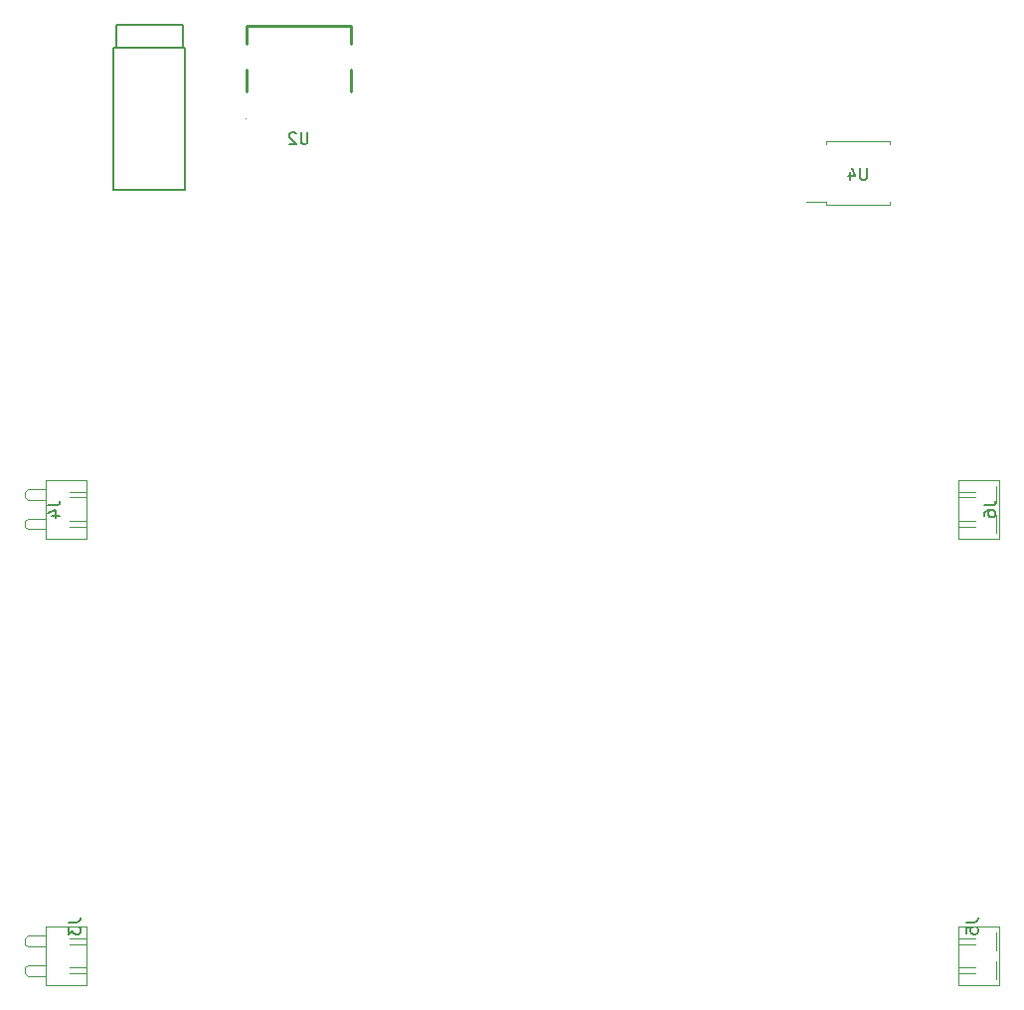
<source format=gbr>
%TF.GenerationSoftware,KiCad,Pcbnew,(6.0.7)*%
%TF.CreationDate,2022-10-13T01:22:27-05:00*%
%TF.ProjectId,Container65PLATE,436f6e74-6169-46e6-9572-3635504c4154,rev?*%
%TF.SameCoordinates,Original*%
%TF.FileFunction,Legend,Bot*%
%TF.FilePolarity,Positive*%
%FSLAX46Y46*%
G04 Gerber Fmt 4.6, Leading zero omitted, Abs format (unit mm)*
G04 Created by KiCad (PCBNEW (6.0.7)) date 2022-10-13 01:22:27*
%MOMM*%
%LPD*%
G01*
G04 APERTURE LIST*
%ADD10C,0.150000*%
%ADD11C,0.120000*%
%ADD12C,0.254001*%
%ADD13C,0.059995*%
G04 APERTURE END LIST*
D10*
%TO.C,J3*%
X39139880Y-93180416D02*
X39854166Y-93180416D01*
X39997023Y-93132797D01*
X40092261Y-93037559D01*
X40139880Y-92894702D01*
X40139880Y-92799464D01*
X39139880Y-93561369D02*
X39139880Y-94180416D01*
X39520833Y-93847083D01*
X39520833Y-93989940D01*
X39568452Y-94085178D01*
X39616071Y-94132797D01*
X39711309Y-94180416D01*
X39949404Y-94180416D01*
X40044642Y-94132797D01*
X40092261Y-94085178D01*
X40139880Y-93989940D01*
X40139880Y-93704226D01*
X40092261Y-93608988D01*
X40044642Y-93561369D01*
%TO.C,J6*%
X117089880Y-57649166D02*
X117804166Y-57649166D01*
X117947023Y-57601547D01*
X118042261Y-57506309D01*
X118089880Y-57363452D01*
X118089880Y-57268214D01*
X117089880Y-58553928D02*
X117089880Y-58363452D01*
X117137500Y-58268214D01*
X117185119Y-58220595D01*
X117327976Y-58125357D01*
X117518452Y-58077738D01*
X117899404Y-58077738D01*
X117994642Y-58125357D01*
X118042261Y-58172976D01*
X118089880Y-58268214D01*
X118089880Y-58458690D01*
X118042261Y-58553928D01*
X117994642Y-58601547D01*
X117899404Y-58649166D01*
X117661309Y-58649166D01*
X117566071Y-58601547D01*
X117518452Y-58553928D01*
X117470833Y-58458690D01*
X117470833Y-58268214D01*
X117518452Y-58172976D01*
X117566071Y-58125357D01*
X117661309Y-58077738D01*
%TO.C,J4*%
X37389880Y-57649166D02*
X38104166Y-57649166D01*
X38247023Y-57601547D01*
X38342261Y-57506309D01*
X38389880Y-57363452D01*
X38389880Y-57268214D01*
X37723214Y-58553928D02*
X38389880Y-58553928D01*
X37342261Y-58315833D02*
X38056547Y-58077738D01*
X38056547Y-58696785D01*
%TO.C,J5*%
X115589880Y-93170416D02*
X116304166Y-93170416D01*
X116447023Y-93122797D01*
X116542261Y-93027559D01*
X116589880Y-92884702D01*
X116589880Y-92789464D01*
X115589880Y-94122797D02*
X115589880Y-93646607D01*
X116066071Y-93598988D01*
X116018452Y-93646607D01*
X115970833Y-93741845D01*
X115970833Y-93979940D01*
X116018452Y-94075178D01*
X116066071Y-94122797D01*
X116161309Y-94170416D01*
X116399404Y-94170416D01*
X116494642Y-94122797D01*
X116542261Y-94075178D01*
X116589880Y-93979940D01*
X116589880Y-93741845D01*
X116542261Y-93646607D01*
X116494642Y-93598988D01*
%TO.C,U4*%
X107124404Y-28927380D02*
X107124404Y-29736904D01*
X107076785Y-29832142D01*
X107029166Y-29879761D01*
X106933928Y-29927380D01*
X106743452Y-29927380D01*
X106648214Y-29879761D01*
X106600595Y-29832142D01*
X106552976Y-29736904D01*
X106552976Y-28927380D01*
X105648214Y-29260714D02*
X105648214Y-29927380D01*
X105886309Y-28879761D02*
X106124404Y-29594047D01*
X105505357Y-29594047D01*
%TO.C,U2*%
X59499404Y-25873967D02*
X59499404Y-26683491D01*
X59451785Y-26778729D01*
X59404166Y-26826348D01*
X59308928Y-26873967D01*
X59118452Y-26873967D01*
X59023214Y-26826348D01*
X58975595Y-26778729D01*
X58927976Y-26683491D01*
X58927976Y-25873967D01*
X58499404Y-25969206D02*
X58451785Y-25921587D01*
X58356547Y-25873967D01*
X58118452Y-25873967D01*
X58023214Y-25921587D01*
X57975595Y-25969206D01*
X57927976Y-26064444D01*
X57927976Y-26159682D01*
X57975595Y-26302539D01*
X58547023Y-26873967D01*
X57927976Y-26873967D01*
D11*
%TO.C,J3*%
X40637500Y-97513750D02*
X39187500Y-97513750D01*
X37187500Y-95213750D02*
X35687500Y-95213750D01*
X40637500Y-97013750D02*
X39187500Y-97013750D01*
X35437500Y-97513750D02*
X35437500Y-97013750D01*
X35437500Y-94513750D02*
X35687500Y-94313750D01*
X40637500Y-98513750D02*
X37187500Y-98513750D01*
X37187500Y-93513750D02*
X40637500Y-93513750D01*
X37187500Y-96813750D02*
X35687500Y-96813750D01*
X40637500Y-94513750D02*
X39187500Y-94513750D01*
X35437500Y-97013750D02*
X35687500Y-96813750D01*
X37187500Y-98513750D02*
X37187500Y-93513750D01*
X37187500Y-97713750D02*
X35687500Y-97713750D01*
X35437500Y-97513750D02*
X35687500Y-97713750D01*
X37187500Y-94313750D02*
X35687500Y-94313750D01*
X40637500Y-98513750D02*
X40637500Y-93513750D01*
X40637500Y-95013750D02*
X39187500Y-95013750D01*
X35437500Y-95013750D02*
X35687500Y-95213750D01*
X35437500Y-95013750D02*
X35437500Y-94513750D01*
%TO.C,J6*%
X114937500Y-55482500D02*
X118387500Y-55482500D01*
X114937500Y-59482500D02*
X116387500Y-59482500D01*
X118387500Y-60482500D02*
X114937500Y-60482500D01*
X118137500Y-58482500D02*
X118137500Y-59982500D01*
X114937500Y-58982500D02*
X116387500Y-58982500D01*
X114937500Y-56982500D02*
X116387500Y-56982500D01*
X114937500Y-55482500D02*
X114937500Y-60482500D01*
X118137500Y-55982500D02*
X118137500Y-57482500D01*
X118387500Y-55482500D02*
X118387500Y-60482500D01*
X114937500Y-56482500D02*
X116387500Y-56482500D01*
%TO.C,J4*%
X37187500Y-58782500D02*
X35687500Y-58782500D01*
X40637500Y-58982500D02*
X39187500Y-58982500D01*
X40637500Y-60482500D02*
X37187500Y-60482500D01*
X40637500Y-56982500D02*
X39187500Y-56982500D01*
X35437500Y-56982500D02*
X35437500Y-56482500D01*
X35437500Y-59482500D02*
X35687500Y-59682500D01*
X35437500Y-59482500D02*
X35437500Y-58982500D01*
X35437500Y-58982500D02*
X35687500Y-58782500D01*
X35437500Y-56982500D02*
X35687500Y-57182500D01*
X40637500Y-56482500D02*
X39187500Y-56482500D01*
X35437500Y-56482500D02*
X35687500Y-56282500D01*
X40637500Y-59482500D02*
X39187500Y-59482500D01*
X37187500Y-55482500D02*
X40637500Y-55482500D01*
X37187500Y-59682500D02*
X35687500Y-59682500D01*
X37187500Y-60482500D02*
X37187500Y-55482500D01*
X37187500Y-56282500D02*
X35687500Y-56282500D01*
X40637500Y-60482500D02*
X40637500Y-55482500D01*
X37187500Y-57182500D02*
X35687500Y-57182500D01*
D10*
%TO.C,U7*%
X42987500Y-18700000D02*
X49087500Y-18700000D01*
X43237500Y-16700000D02*
X48837500Y-16700000D01*
X49087500Y-18700000D02*
X49087500Y-30800000D01*
X48837500Y-18700000D02*
X48837500Y-16700000D01*
X42987500Y-30800000D02*
X49087500Y-30800000D01*
X43237500Y-18700000D02*
X43237500Y-16700000D01*
X42987500Y-18700000D02*
X42987500Y-30800000D01*
D11*
%TO.C,J5*%
X118137500Y-96523750D02*
X118137500Y-98023750D01*
X114937500Y-93523750D02*
X118387500Y-93523750D01*
X114937500Y-97523750D02*
X116387500Y-97523750D01*
X118387500Y-98523750D02*
X114937500Y-98523750D01*
X114937500Y-95023750D02*
X116387500Y-95023750D01*
X114937500Y-94523750D02*
X116387500Y-94523750D01*
X114937500Y-97023750D02*
X116387500Y-97023750D01*
X114937500Y-93523750D02*
X114937500Y-98523750D01*
X118387500Y-93523750D02*
X118387500Y-98523750D01*
X118137500Y-94023750D02*
X118137500Y-95523750D01*
%TO.C,U4*%
X103637500Y-31833750D02*
X101962500Y-31833750D01*
X109087500Y-32093750D02*
X109087500Y-31833750D01*
X106362500Y-32093750D02*
X103637500Y-32093750D01*
X109087500Y-26643750D02*
X109087500Y-26903750D01*
X106362500Y-32093750D02*
X109087500Y-32093750D01*
X103637500Y-32093750D02*
X103637500Y-31833750D01*
X106362500Y-26643750D02*
X109087500Y-26643750D01*
X103637500Y-26643750D02*
X103637500Y-26903750D01*
X106362500Y-26643750D02*
X103637500Y-26643750D01*
D12*
%TO.C,U2*%
X54267497Y-16853413D02*
X54267497Y-18334719D01*
X63207503Y-16853413D02*
X54267497Y-16853413D01*
X63207503Y-16853413D02*
X63207503Y-18335074D01*
X54267497Y-20571803D02*
X54267497Y-22434719D01*
X63207503Y-20571447D02*
X63207503Y-22435074D01*
D13*
X54291450Y-24703629D02*
G75*
G03*
X54291450Y-24703629I-29998J0D01*
G01*
%TD*%
M02*

</source>
